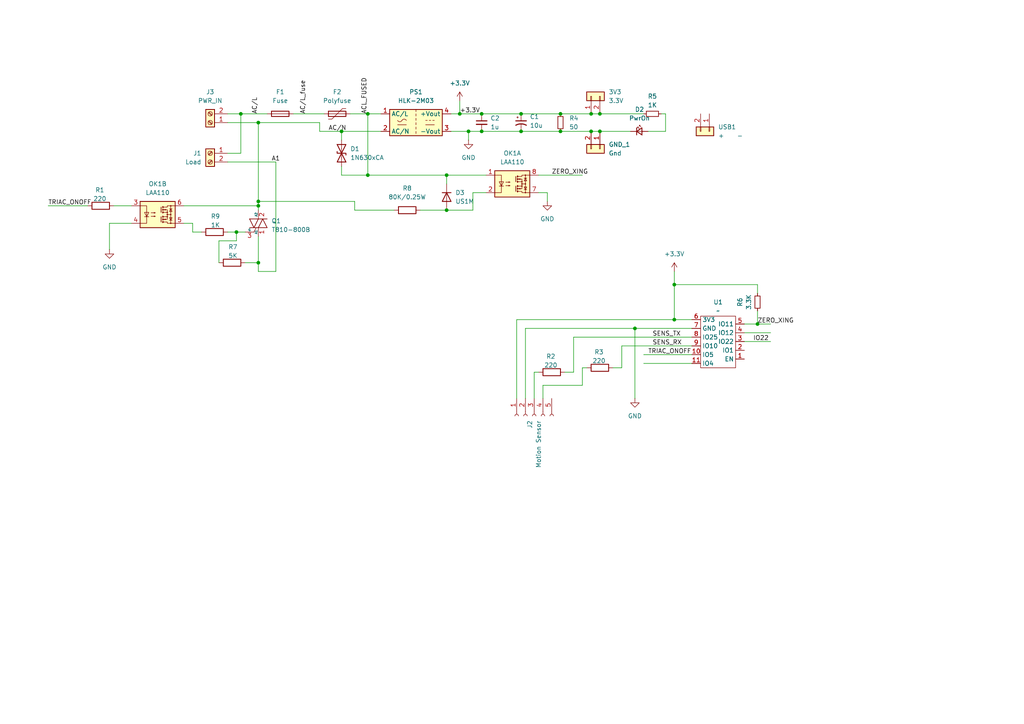
<source format=kicad_sch>
(kicad_sch (version 20231120) (generator "eeschema") (generator_version "8.0")
  (paper "A4")
  (lib_symbols
    (symbol "Connector:Conn_01x05_Socket" (pin_names (offset 1.016) hide)
      (property "Reference" "J" (at 0 7.62 0))
      (property "Value" "Conn_01x05_Socket" (at 0 -7.62 0))
      (symbol "Conn_01x05_Socket_1_1"
        (arc (start 0 -4.572) (mid -0.5058 -5.08) (end 0 -5.588) (stroke (width 0.1524)))
        (arc (start 0 -2.032) (mid -0.5058 -2.54) (end 0 -3.048) (stroke (width 0.1524)))
        (polyline (pts (xy -1.27 -5.08) (xy -0.508 -5.08)) (stroke (width 0.1524)))
        (polyline (pts (xy -1.27 -2.54) (xy -0.508 -2.54)) (stroke (width 0.1524)))
        (polyline (pts (xy -1.27 0) (xy -0.508 0)) (stroke (width 0.1524)))
        (polyline (pts (xy -1.27 2.54) (xy -0.508 2.54)) (stroke (width 0.1524)))
        (polyline (pts (xy -1.27 5.08) (xy -0.508 5.08)) (stroke (width 0.1524)))
        (arc (start 0 0.508) (mid -0.5058 0) (end 0 -0.508) (stroke (width 0.1524)))
        (arc (start 0 3.048) (mid -0.5058 2.54) (end 0 2.032) (stroke (width 0.1524)))
        (arc (start 0 5.588) (mid -0.5058 5.08) (end 0 4.572) (stroke (width 0.1524)))
        (pin passive line (at -5.08 5.08 0) (length 3.81) (name "Pin_1") (number "1"))
        (pin passive line (at -5.08 2.54 0) (length 3.81) (name "Pin_2") (number "2"))
        (pin passive line (at -5.08 0 0) (length 3.81) (name "Pin_3") (number "3"))
        (pin passive line (at -5.08 -2.54 0) (length 3.81) (name "Pin_4") (number "4"))
        (pin passive line (at -5.08 -5.08 0) (length 3.81) (name "Pin_5") (number "5"))
      )
    )
    (symbol "Connector:Screw_Terminal_01x02" (pin_names (offset 1.016) hide)
      (property "Reference" "J" (at 0 2.54 0))
      (property "Value" "Screw_Terminal_01x02" (at 0 -5.08 0))
      (symbol "Screw_Terminal_01x02_1_1"
        (rectangle (start -1.27 1.27) (end 1.27 -3.81) (stroke (width 0.254)) (fill (type background)))
        (circle (center 0 -2.54) (radius 0.635) (stroke (width 0.1524)))
        (polyline (pts (xy -0.5334 -2.2098) (xy 0.3302 -3.048)) (stroke (width 0.1524)))
        (polyline (pts (xy -0.5334 0.3302) (xy 0.3302 -0.508)) (stroke (width 0.1524)))
        (polyline (pts (xy -0.3556 -2.032) (xy 0.508 -2.8702)) (stroke (width 0.1524)))
        (polyline (pts (xy -0.3556 0.508) (xy 0.508 -0.3302)) (stroke (width 0.1524)))
        (circle (center 0 0) (radius 0.635) (stroke (width 0.1524)))
        (pin passive line (at -5.08 0 0) (length 3.81) (name "Pin_1") (number "1"))
        (pin passive line (at -5.08 -2.54 0) (length 3.81) (name "Pin_2") (number "2"))
      )
    )
    (symbol "Connector_Generic:Conn_01x02" (pin_names (offset 1.016) hide)
      (property "Reference" "J" (at 0 2.54 0))
      (property "Value" "Conn_01x02" (at 0 -5.08 0))
      (symbol "Conn_01x02_1_1"
        (rectangle (start -1.27 -2.413) (end 0 -2.667) (stroke (width 0.1524)))
        (rectangle (start -1.27 0.127) (end 0 -0.127) (stroke (width 0.1524)))
        (rectangle (start -1.27 1.27) (end 1.27 -3.81) (stroke (width 0.254)) (fill (type background)))
        (pin passive line (at -5.08 0 0) (length 3.81) (name "Pin_1") (number "1"))
        (pin passive line (at -5.08 -2.54 0) (length 3.81) (name "Pin_2") (number "2"))
      )
    )
    (symbol "Converter_ACDC:HLK-2M03"
      (property "Reference" "PS" (at 0 5.08 0))
      (property "Value" "HLK-2M03" (at 0 -5.08 0))
      (symbol "HLK-2M03_0_1"
        (rectangle (start -7.62 3.81) (end 7.62 -3.81) (stroke (width 0.254)) (fill (type background)))
        (arc (start -5.334 0.635) (mid -4.699 0.2495) (end -4.064 0.635))
        (arc (start -2.794 0.635) (mid -3.429 1.0072) (end -4.064 0.635))
        (polyline (pts (xy -5.334 -0.635) (xy -2.794 -0.635)))
        (polyline (pts (xy 0 -2.54) (xy 0 -3.175)))
        (polyline (pts (xy 0 -1.27) (xy 0 -1.905)))
        (polyline (pts (xy 0 0) (xy 0 -0.635)))
        (polyline (pts (xy 0 1.27) (xy 0 0.635)))
        (polyline (pts (xy 0 2.54) (xy 0 1.905)))
        (polyline (pts (xy 0 3.81) (xy 0 3.175)))
        (polyline (pts (xy 2.794 -0.635) (xy 5.334 -0.635)))
        (polyline (pts (xy 2.794 0.635) (xy 3.302 0.635)))
        (polyline (pts (xy 3.81 0.635) (xy 4.318 0.635)))
        (polyline (pts (xy 4.826 0.635) (xy 5.334 0.635)))
      )
      (symbol "HLK-2M03_1_1"
        (pin power_in line (at -10.16 2.54 0) (length 2.54) (name "AC/L") (number "1"))
        (pin power_in line (at -10.16 -2.54 0) (length 2.54) (name "AC/N") (number "2"))
        (pin power_out line (at 10.16 -2.54 180) (length 2.54) (name "-Vout") (number "3"))
        (pin power_out line (at 10.16 2.54 180) (length 2.54) (name "+Vout") (number "4"))
      )
    )
    (symbol "Device:C_Polarized_Small_US" (pin_numbers hide) (pin_names (offset 0.254) hide)
      (property "Reference" "C" (at 0.254 1.778 0))
      (property "Value" "C_Polarized_Small_US" (at 0.254 -2.032 0))
      (symbol "C_Polarized_Small_US_0_1"
        (polyline (pts (xy -1.524 0.508) (xy 1.524 0.508)) (stroke (width 0.3048)))
        (polyline (pts (xy -1.27 1.524) (xy -0.762 1.524)))
        (polyline (pts (xy -1.016 1.27) (xy -1.016 1.778)))
        (arc (start 1.524 -0.762) (mid 0 -0.3734) (end -1.524 -0.762) (stroke (width 0.3048)))
      )
      (symbol "C_Polarized_Small_US_1_1"
        (pin passive line (at 0 2.54 270) (length 2.032) (name "~") (number "1"))
        (pin passive line (at 0 -2.54 90) (length 2.032) (name "~") (number "2"))
      )
    )
    (symbol "Device:C_Small" (pin_numbers hide) (pin_names (offset 0.254) hide)
      (property "Reference" "C" (at 0.254 1.778 0))
      (property "Value" "C_Small" (at 0.254 -2.032 0))
      (symbol "C_Small_0_1"
        (polyline (pts (xy -1.524 -0.508) (xy 1.524 -0.508)) (stroke (width 0.3302)))
        (polyline (pts (xy -1.524 0.508) (xy 1.524 0.508)) (stroke (width 0.3048)))
      )
      (symbol "C_Small_1_1"
        (pin passive line (at 0 2.54 270) (length 2.032) (name "~") (number "1"))
        (pin passive line (at 0 -2.54 90) (length 2.032) (name "~") (number "2"))
      )
    )
    (symbol "Device:Fuse" (pin_numbers hide) (pin_names (offset 0))
      (property "Reference" "F" (at 2.032 0 90))
      (property "Value" "Fuse" (at -1.905 0 90))
      (symbol "Fuse_0_1"
        (rectangle (start -0.762 -2.54) (end 0.762 2.54) (stroke (width 0.254)))
        (polyline (pts (xy 0 2.54) (xy 0 -2.54)))
      )
      (symbol "Fuse_1_1"
        (pin passive line (at 0 3.81 270) (length 1.27) (name "~") (number "1"))
        (pin passive line (at 0 -3.81 90) (length 1.27) (name "~") (number "2"))
      )
    )
    (symbol "Device:LED_Small" (pin_numbers hide) (pin_names (offset 0.254) hide)
      (property "Reference" "D" (at -1.27 3.175 0))
      (property "Value" "LED_Small" (at -4.445 -2.54 0))
      (symbol "LED_Small_0_1"
        (polyline (pts (xy -0.762 -1.016) (xy -0.762 1.016)) (stroke (width 0.254)))
        (polyline (pts (xy 1.016 0) (xy -0.762 0)))
        (polyline (pts (xy 0.762 -1.016) (xy -0.762 0) (xy 0.762 1.016) (xy 0.762 -1.016)) (stroke (width 0.254)))
        (polyline (pts (xy 0 0.762) (xy -0.508 1.27) (xy -0.254 1.27) (xy -0.508 1.27) (xy -0.508 1.016)))
        (polyline (pts (xy 0.508 1.27) (xy 0 1.778) (xy 0.254 1.778) (xy 0 1.778) (xy 0 1.524)))
      )
      (symbol "LED_Small_1_1"
        (pin passive line (at -2.54 0 0) (length 1.778) (name "K") (number "1"))
        (pin passive line (at 2.54 0 180) (length 1.778) (name "A") (number "2"))
      )
    )
    (symbol "Device:Polyfuse" (pin_numbers hide) (pin_names (offset 0))
      (property "Reference" "F" (at -2.54 0 90))
      (property "Value" "Polyfuse" (at 2.54 0 90))
      (symbol "Polyfuse_0_1"
        (rectangle (start -0.762 2.54) (end 0.762 -2.54) (stroke (width 0.254)))
        (polyline (pts (xy 0 2.54) (xy 0 -2.54)))
        (polyline (pts (xy -1.524 2.54) (xy -1.524 1.524) (xy 1.524 -1.524) (xy 1.524 -2.54)))
      )
      (symbol "Polyfuse_1_1"
        (pin passive line (at 0 3.81 270) (length 1.27) (name "~") (number "1"))
        (pin passive line (at 0 -3.81 90) (length 1.27) (name "~") (number "2"))
      )
    )
    (symbol "Device:R" (pin_numbers hide) (pin_names (offset 0))
      (property "Reference" "R" (at 2.032 0 90))
      (property "Value" "R" (at 0 0 90))
      (symbol "R_0_1"
        (rectangle (start -1.016 -2.54) (end 1.016 2.54) (stroke (width 0.254)))
      )
      (symbol "R_1_1"
        (pin passive line (at 0 3.81 270) (length 1.27) (name "~") (number "1"))
        (pin passive line (at 0 -3.81 90) (length 1.27) (name "~") (number "2"))
      )
    )
    (symbol "Device:R_Small" (pin_numbers hide) (pin_names (offset 0.254) hide)
      (property "Reference" "R" (at 0.762 0.508 0))
      (property "Value" "R_Small" (at 0.762 -1.016 0))
      (symbol "R_Small_0_1"
        (rectangle (start -0.762 1.778) (end 0.762 -1.778) (stroke (width 0.2032)))
      )
      (symbol "R_Small_1_1"
        (pin passive line (at 0 2.54 270) (length 0.762) (name "~") (number "1"))
        (pin passive line (at 0 -2.54 90) (length 0.762) (name "~") (number "2"))
      )
    )
    (symbol "Diode:1N630xCA" (pin_numbers hide) (pin_names (offset 1.016) hide)
      (property "Reference" "D" (at 0 2.54 0))
      (property "Value" "1N630xCA" (at 0 -2.54 0))
      (symbol "1N630xCA_0_1"
        (polyline (pts (xy 1.27 0) (xy -1.27 0)))
        (polyline (pts (xy -2.54 -1.27) (xy 0 0) (xy -2.54 1.27) (xy -2.54 -1.27)) (stroke (width 0.254)))
        (polyline (pts (xy 0.508 1.27) (xy 0 1.27) (xy 0 -1.27) (xy -0.508 -1.27)) (stroke (width 0.254)))
        (polyline (pts (xy 2.54 1.27) (xy 2.54 -1.27) (xy 0 0) (xy 2.54 1.27)) (stroke (width 0.254)))
      )
      (symbol "1N630xCA_1_1"
        (pin passive line (at -3.81 0 0) (length 2.54) (name "A1") (number "1"))
        (pin passive line (at 3.81 0 180) (length 2.54) (name "A2") (number "2"))
      )
    )
    (symbol "Diode:US1M" (pin_numbers hide) (pin_names hide)
      (property "Reference" "D" (at 0 2.54 0))
      (property "Value" "US1M" (at 0 -2.54 0))
      (symbol "US1M_0_1"
        (polyline (pts (xy -1.27 1.27) (xy -1.27 -1.27)) (stroke (width 0.254)))
        (polyline (pts (xy 1.27 0) (xy -1.27 0)))
        (polyline (pts (xy 1.27 1.27) (xy 1.27 -1.27) (xy -1.27 0) (xy 1.27 1.27)) (stroke (width 0.254)))
      )
      (symbol "US1M_1_1"
        (pin passive line (at -3.81 0 0) (length 2.54) (name "K") (number "1"))
        (pin passive line (at 3.81 0 180) (length 2.54) (name "A") (number "2"))
      )
    )
    (symbol "Relay_SolidState:LAA110"
      (property "Reference" "U" (at -5.08 5.08 0))
      (property "Value" "LAA110" (at 0 5.08 0))
      (symbol "LAA110_0_1"
        (rectangle (start -5.08 3.81) (end 5.08 -3.81) (stroke (width 0.254)) (fill (type background)))
        (polyline (pts (xy -3.81 -0.635) (xy -2.54 -0.635)))
        (polyline (pts (xy 1.016 -0.635) (xy 1.016 -2.159)) (stroke (width 0.2032)))
        (polyline (pts (xy 1.016 2.159) (xy 1.016 0.635)) (stroke (width 0.2032)))
        (polyline (pts (xy 1.524 -0.508) (xy 1.524 -0.762)) (stroke (width 0.3556)))
        (polyline (pts (xy 2.794 0) (xy 3.81 0)))
        (polyline (pts (xy 3.429 -1.651) (xy 4.191 -1.651)))
        (polyline (pts (xy 3.429 1.651) (xy 4.191 1.651)))
        (polyline (pts (xy 3.81 -2.54) (xy 3.81 2.54)))
        (polyline (pts (xy 1.524 -2.032) (xy 1.524 -2.286) (xy 1.524 -2.286)) (stroke (width 0.3556)))
        (polyline (pts (xy 1.524 -1.27) (xy 1.524 -1.524) (xy 1.524 -1.524)) (stroke (width 0.3556)))
        (polyline (pts (xy 1.524 0.762) (xy 1.524 0.508) (xy 1.524 0.508)) (stroke (width 0.3556)))
        (polyline (pts (xy 1.524 1.524) (xy 1.524 1.27) (xy 1.524 1.27)) (stroke (width 0.3556)))
        (polyline (pts (xy 1.524 2.286) (xy 1.524 2.032) (xy 1.524 2.032)) (stroke (width 0.3556)))
        (polyline (pts (xy 1.651 -1.397) (xy 2.794 -1.397) (xy 2.794 -0.635)))
        (polyline (pts (xy 1.651 1.397) (xy 2.794 1.397) (xy 2.794 0.635)))
        (polyline (pts (xy -5.08 2.54) (xy -3.175 2.54) (xy -3.175 -2.54) (xy -5.08 -2.54)))
        (polyline (pts (xy -3.175 -0.635) (xy -3.81 0.635) (xy -2.54 0.635) (xy -3.175 -0.635)))
        (polyline (pts (xy 1.651 -2.159) (xy 2.794 -2.159) (xy 2.794 -2.54) (xy 5.08 -2.54)))
        (polyline (pts (xy 1.651 -0.635) (xy 2.794 -0.635) (xy 2.794 0.635) (xy 1.651 0.635)))
        (polyline (pts (xy 1.651 2.159) (xy 2.794 2.159) (xy 2.794 2.54) (xy 5.08 2.54)))
        (polyline (pts (xy 1.778 -1.397) (xy 2.286 -1.27) (xy 2.286 -1.524) (xy 1.778 -1.397)))
        (polyline (pts (xy 1.778 1.397) (xy 2.286 1.524) (xy 2.286 1.27) (xy 1.778 1.397)))
        (polyline (pts (xy 3.81 -1.651) (xy 3.429 -0.889) (xy 4.191 -0.889) (xy 3.81 -1.651)))
        (polyline (pts (xy 3.81 1.651) (xy 3.429 0.889) (xy 4.191 0.889) (xy 3.81 1.651)))
        (polyline (pts (xy -1.905 -0.508) (xy -0.635 -0.508) (xy -1.016 -0.635) (xy -1.016 -0.381) (xy -0.635 -0.508)))
        (polyline (pts (xy -1.905 0.508) (xy -0.635 0.508) (xy -1.016 0.381) (xy -1.016 0.635) (xy -0.635 0.508)))
        (circle (center 2.794 -0.635) (radius 0.127))
        (circle (center 2.794 0) (radius 0.127))
        (circle (center 2.794 0.635) (radius 0.127))
        (circle (center 3.81 -2.54) (radius 0.127))
        (circle (center 3.81 0) (radius 0.127))
        (circle (center 3.81 2.54) (radius 0.127))
      )
      (symbol "LAA110_1_1"
        (pin passive line (at -7.62 2.54 0) (length 2.54) (name "~") (number "1"))
        (pin passive line (at -7.62 -2.54 0) (length 2.54) (name "~") (number "2"))
        (pin passive line (at 7.62 -2.54 180) (length 2.54) (name "~") (number "7"))
        (pin passive line (at 7.62 2.54 180) (length 2.54) (name "~") (number "8"))
      )
      (symbol "LAA110_2_1"
        (pin passive line (at -7.62 2.54 0) (length 2.54) (name "~") (number "3"))
        (pin passive line (at -7.62 -2.54 0) (length 2.54) (name "~") (number "4"))
        (pin passive line (at 7.62 -2.54 180) (length 2.54) (name "~") (number "5"))
        (pin passive line (at 7.62 2.54 180) (length 2.54) (name "~") (number "6"))
      )
    )
    (symbol "Triac_Thyristor:BTA16-600SW" (pin_names (offset 0))
      (property "Reference" "Q" (at 5.08 1.905 0))
      (property "Value" "BTA16-600SW" (at 5.08 0 0))
      (symbol "BTA16-600SW_0_1"
        (polyline (pts (xy -2.54 -1.27) (xy 2.54 -1.27)) (stroke (width 0.2032)))
        (polyline (pts (xy -2.54 1.27) (xy 2.54 1.27)) (stroke (width 0.2032)))
        (polyline (pts (xy -1.27 -2.54) (xy -0.635 -1.27)))
        (polyline (pts (xy -2.54 1.27) (xy -1.27 -1.27) (xy 0 1.27)) (stroke (width 0.2032)))
        (polyline (pts (xy 0 -1.27) (xy 1.27 1.27) (xy 2.54 -1.27)) (stroke (width 0.2032)))
      )
      (symbol "BTA16-600SW_1_1"
        (pin passive line (at 0 -3.81 90) (length 2.54) (name "A1") (number "1"))
        (pin passive line (at 0 3.81 270) (length 2.54) (name "A2") (number "2"))
        (pin input line (at -3.81 -2.54 0) (length 2.54) (name "G") (number "3"))
      )
    )
    (symbol "my_rfmodule:ESP32-H2-WROOM-03"
      (property "Reference" "U" (at -1.016 7.112 0))
      (symbol "ESP32-H2-WROOM-03_0_1"
        (polyline (pts (xy -5.08 6.35) (xy -5.08 -8.636) (xy 5.08 -8.636) (xy 5.08 6.35) (xy -5.08 6.35)))
      )
      (symbol "ESP32-H2-WROOM-03_1_1"
        (pin input line (at -7.62 3.81 0) (length 2.54) (name "EN") (number "1"))
        (pin bidirectional line (at 7.62 2.54 180) (length 2.54) (name "IO5") (number "10"))
        (pin bidirectional line (at 7.62 5.08 180) (length 2.54) (name "IO4") (number "11"))
        (pin bidirectional line (at -7.62 1.27 0) (length 2.54) (name "IO1") (number "2"))
        (pin bidirectional line (at -7.62 -1.27 0) (length 2.54) (name "IO22") (number "3"))
        (pin bidirectional line (at -7.62 -3.81 0) (length 2.54) (name "IO12") (number "4"))
        (pin bidirectional line (at -7.62 -6.35 0) (length 2.54) (name "IO11") (number "5"))
        (pin power_in line (at 7.62 -7.62 180) (length 2.54) (name "3V3") (number "6"))
        (pin power_in line (at 7.62 -5.08 180) (length 2.54) (name "GND") (number "7"))
        (pin bidirectional line (at 7.62 -2.54 180) (length 2.54) (name "IO25") (number "8"))
        (pin bidirectional line (at 7.62 0 180) (length 2.54) (name "IO10") (number "9"))
      )
    )
    (symbol "power:+3.3V" (power) (pin_numbers hide) (pin_names (offset 0) hide)
      (property "Value" "+3.3V" (at 0 3.556 0))
      (symbol "+3.3V_0_1"
        (polyline (pts (xy -0.762 1.27) (xy 0 2.54)))
        (polyline (pts (xy 0 0) (xy 0 2.54)))
        (polyline (pts (xy 0 2.54) (xy 0.762 1.27)))
      )
      (symbol "+3.3V_1_1"
        (pin power_in line (at 0 0 90) (length 0) (name "~") (number "1"))
      )
    )
    (symbol "power:GND" (power) (pin_numbers hide) (pin_names (offset 0) hide)
      (property "Value" "GND" (at 0 -3.81 0))
      (symbol "GND_0_1"
        (polyline (pts (xy 0 0) (xy 0 -1.27) (xy 1.27 -1.27) (xy 0 -2.54) (xy -1.27 -1.27) (xy 0 -1.27)))
      )
      (symbol "GND_1_1"
        (pin power_in line (at 0 0 270) (length 0) (name "~") (number "1"))
      )
    )
  )
  (junction (at 106.68 50.8))
  (junction (at 135.89 38.1))
  (junction (at 162.56 33.02))
  (junction (at 74.93 59.69))
  (junction (at 162.56 38.1))
  (junction (at 173.99 38.1))
  (junction (at 151.13 38.1))
  (junction (at 133.35 33.02))
  (junction (at 106.68 33.02))
  (junction (at 151.13 33.02))
  (junction (at 74.93 35.56))
  (junction (at 74.93 58.42))
  (junction (at 195.58 92.71))
  (junction (at 171.45 38.1))
  (junction (at 184.15 95.25))
  (junction (at 74.93 76.2))
  (junction (at 68.58 67.31))
  (junction (at 129.54 50.8))
  (junction (at 173.99 33.02))
  (junction (at 219.71 93.98))
  (junction (at 171.45 33.02))
  (junction (at 99.06 38.1))
  (junction (at 129.54 60.96))
  (junction (at 139.7 38.1))
  (junction (at 69.85 33.02))
  (junction (at 195.58 82.55))
  (junction (at 139.7 33.02))
  (wire (pts (xy 53.34 64.77) (xy 55.88 64.77)))
  (wire (pts (xy 151.13 38.1) (xy 162.56 38.1)))
  (wire (pts (xy 166.37 107.95) (xy 166.37 97.79)))
  (wire (pts (xy 152.4 115.57) (xy 152.4 95.25)))
  (wire (pts (xy 99.06 50.8) (xy 106.68 50.8)))
  (wire (pts (xy 180.34 106.68) (xy 180.34 100.33)))
  (wire (pts (xy 66.04 67.31) (xy 68.58 67.31)))
  (wire (pts (xy 74.93 76.2) (xy 74.93 78.74)))
  (wire (pts (xy 71.12 76.2) (xy 74.93 76.2)))
  (wire (pts (xy 139.7 33.02) (xy 151.13 33.02)))
  (wire (pts (xy 129.54 50.8) (xy 129.54 53.34)))
  (wire (pts (xy 135.89 38.1) (xy 135.89 40.64)))
  (wire (pts (xy 74.93 58.42) (xy 74.93 59.69)))
  (wire (pts (xy 74.93 35.56) (xy 74.93 58.42)))
  (wire (pts (xy 74.93 35.56) (xy 92.71 35.56)))
  (wire (pts (xy 186.69 105.41) (xy 200.66 105.41)))
  (wire (pts (xy 74.93 59.69) (xy 74.93 60.96)))
  (wire (pts (xy 184.15 115.57) (xy 184.15 95.25)))
  (wire (pts (xy 168.91 106.68) (xy 170.18 106.68)))
  (wire (pts (xy 171.45 38.1) (xy 173.99 38.1)))
  (wire (pts (xy 102.87 60.96) (xy 102.87 58.42)))
  (wire (pts (xy 195.58 82.55) (xy 195.58 78.74)))
  (wire (pts (xy 121.92 60.96) (xy 129.54 60.96)))
  (wire (pts (xy 152.4 95.25) (xy 184.15 95.25)))
  (wire (pts (xy 33.02 59.69) (xy 38.1 59.69)))
  (wire (pts (xy 215.9 99.06) (xy 223.52 99.06)))
  (wire (pts (xy 200.66 92.71) (xy 195.58 92.71)))
  (wire (pts (xy 195.58 92.71) (xy 195.58 82.55)))
  (wire (pts (xy 151.13 33.02) (xy 162.56 33.02)))
  (wire (pts (xy 156.21 55.88) (xy 158.75 55.88)))
  (wire (pts (xy 137.16 60.96) (xy 129.54 60.96)))
  (wire (pts (xy 106.68 50.8) (xy 129.54 50.8)))
  (wire (pts (xy 130.81 38.1) (xy 135.89 38.1)))
  (wire (pts (xy 140.97 55.88) (xy 137.16 55.88)))
  (wire (pts (xy 68.58 67.31) (xy 71.12 67.31)))
  (wire (pts (xy 157.48 115.57) (xy 157.48 111.76)))
  (wire (pts (xy 130.81 33.02) (xy 133.35 33.02)))
  (wire (pts (xy 92.71 38.1) (xy 92.71 35.56)))
  (wire (pts (xy 74.93 78.74) (xy 80.01 78.74)))
  (wire (pts (xy 74.93 68.58) (xy 74.93 76.2)))
  (wire (pts (xy 157.48 111.76) (xy 168.91 111.76)))
  (wire (pts (xy 184.15 95.25) (xy 200.66 95.25)))
  (wire (pts (xy 154.94 107.95) (xy 156.21 107.95)))
  (wire (pts (xy 106.68 33.02) (xy 101.6 33.02)))
  (wire (pts (xy 31.75 64.77) (xy 31.75 72.39)))
  (wire (pts (xy 173.99 38.1) (xy 182.88 38.1)))
  (wire (pts (xy 193.04 38.1) (xy 187.96 38.1)))
  (wire (pts (xy 133.35 33.02) (xy 139.7 33.02)))
  (wire (pts (xy 149.86 115.57) (xy 149.86 92.71)))
  (wire (pts (xy 99.06 38.1) (xy 99.06 40.64)))
  (wire (pts (xy 68.58 67.31) (xy 68.58 69.85)))
  (wire (pts (xy 162.56 38.1) (xy 171.45 38.1)))
  (wire (pts (xy 219.71 93.98) (xy 223.52 93.98)))
  (wire (pts (xy 63.5 69.85) (xy 63.5 76.2)))
  (wire (pts (xy 156.21 50.8) (xy 168.91 50.8)))
  (wire (pts (xy 195.58 82.55) (xy 219.71 82.55)))
  (wire (pts (xy 139.7 38.1) (xy 151.13 38.1)))
  (wire (pts (xy 85.09 33.02) (xy 93.98 33.02)))
  (wire (pts (xy 215.9 93.98) (xy 219.71 93.98)))
  (wire (pts (xy 99.06 38.1) (xy 110.49 38.1)))
  (wire (pts (xy 163.83 107.95) (xy 166.37 107.95)))
  (wire (pts (xy 66.04 46.99) (xy 80.01 46.99)))
  (wire (pts (xy 55.88 67.31) (xy 58.42 67.31)))
  (wire (pts (xy 53.34 59.69) (xy 74.93 59.69)))
  (wire (pts (xy 68.58 69.85) (xy 63.5 69.85)))
  (wire (pts (xy 106.68 33.02) (xy 110.49 33.02)))
  (wire (pts (xy 66.04 35.56) (xy 74.93 35.56)))
  (wire (pts (xy 99.06 48.26) (xy 99.06 50.8)))
  (wire (pts (xy 133.35 33.02) (xy 133.35 29.21)))
  (wire (pts (xy 106.68 33.02) (xy 106.68 50.8)))
  (wire (pts (xy 69.85 33.02) (xy 77.47 33.02)))
  (wire (pts (xy 55.88 64.77) (xy 55.88 67.31)))
  (wire (pts (xy 219.71 90.17) (xy 219.71 93.98)))
  (wire (pts (xy 173.99 33.02) (xy 186.69 33.02)))
  (wire (pts (xy 92.71 38.1) (xy 99.06 38.1)))
  (wire (pts (xy 166.37 97.79) (xy 200.66 97.79)))
  (wire (pts (xy 129.54 50.8) (xy 140.97 50.8)))
  (wire (pts (xy 149.86 92.71) (xy 195.58 92.71)))
  (wire (pts (xy 66.04 44.45) (xy 69.85 44.45)))
  (wire (pts (xy 154.94 115.57) (xy 154.94 107.95)))
  (wire (pts (xy 158.75 55.88) (xy 158.75 58.42)))
  (wire (pts (xy 66.04 33.02) (xy 69.85 33.02)))
  (wire (pts (xy 215.9 96.52) (xy 223.52 96.52)))
  (wire (pts (xy 102.87 58.42) (xy 74.93 58.42)))
  (wire (pts (xy 177.8 106.68) (xy 180.34 106.68)))
  (wire (pts (xy 13.97 59.69) (xy 25.4 59.69)))
  (wire (pts (xy 193.04 33.02) (xy 193.04 38.1)))
  (wire (pts (xy 171.45 33.02) (xy 173.99 33.02)))
  (wire (pts (xy 162.56 33.02) (xy 171.45 33.02)))
  (wire (pts (xy 137.16 55.88) (xy 137.16 60.96)))
  (wire (pts (xy 191.77 33.02) (xy 193.04 33.02)))
  (wire (pts (xy 168.91 111.76) (xy 168.91 106.68)))
  (wire (pts (xy 38.1 64.77) (xy 31.75 64.77)))
  (wire (pts (xy 186.69 102.87) (xy 200.66 102.87)))
  (wire (pts (xy 180.34 100.33) (xy 200.66 100.33)))
  (wire (pts (xy 80.01 46.99) (xy 80.01 78.74)))
  (wire (pts (xy 69.85 44.45) (xy 69.85 33.02)))
  (wire (pts (xy 135.89 38.1) (xy 139.7 38.1)))
  (wire (pts (xy 219.71 85.09) (xy 219.71 82.55)))
  (wire (pts (xy 102.87 60.96) (xy 114.3 60.96)))
  (label "AC{slash}L_fuse" (at 88.9 33.02 90))
  (label "SENS_RX" (at 189.23 100.33 0))
  (label "IO22" (at 218.44 99.06 0))
  (label "AC{slash}N" (at 95.25 38.1 0))
  (label "A1" (at 78.74 46.99 0))
  (label "SENS_TX" (at 189.23 97.79 0))
  (label "ACL_FUSED" (at 106.68 33.02 90))
  (label "TRIAC_ONOFF" (at 187.96 102.87 0))
  (label "ZERO_XING" (at 160.02 50.8 0))
  (label "ZERO_XING" (at 219.71 93.98 0))
  (label "+3.3V" (at 133.35 33.02 0))
  (label "TRIAC_ONOFF" (at 13.97 59.69 0))
  (label "AC{slash}L" (at 74.93 33.02 90))
  (symbol (lib_id "Device:R") (at 160.02 107.95 90) (unit 1)
    (property "Reference" "R2" (at 159.766 103.378 90))
    (property "Value" "220" (at 159.766 105.918 90))
    (property "Footprint" "Resistor_SMD:R_0603_1608Metric_Pad0.98x0.95mm_HandSolder" (effects (hide yes)))
    (property "Description" "Resistor" (effects (hide yes)))
  )
  (symbol (lib_id "power:+3.3V") (at 195.58 78.74 0) (unit 1)
    (property "Reference" "#PWR04" (effects (hide yes)))
    (property "Value" "+3.3V" (at 195.58 73.66 0))
    (property "Description" "Power symbol creates a global label with name \"+3.3V\"" (effects (hide yes)))
  )
  (symbol (lib_id "Device:R_Small") (at 219.71 87.63 180) (unit 1)
    (property "Reference" "R6" (at 214.63 87.63 90))
    (property "Value" "3.3K" (at 217.17 87.63 90))
    (property "Footprint" "Resistor_SMD:R_0603_1608Metric_Pad0.98x0.95mm_HandSolder" (effects (hide yes)))
    (property "Description" "Resistor, small symbol" (effects (hide yes)))
  )
  (symbol (lib_id "Diode:US1M") (at 129.54 57.15 270) (unit 1)
    (property "Reference" "D3" (at 132.08 55.8799 90) (effects (justify left)))
    (property "Value" "US1M" (at 132.08 58.4199 90) (effects (justify left)))
    (property "Footprint" "Diode_SMD:Nexperia_CFP3_SOD-123W" (effects (hide yes)))
    (property "Datasheet" "https://www.diodes.com/assets/Datasheets/ds16008.pdf" (effects (hide yes)))
    (property "Description" "1000V, 1A, General Purpose Rectifier Diode, SMA(DO-214AC)" (effects (hide yes)))
    (property "Sim.Device" "D" (effects (hide yes)))
    (property "Sim.Pins" "1=K 2=A" (effects (hide yes)))
  )
  (symbol (lib_id "my_rfmodule:ESP32-H2-WROOM-03") (at 208.28 100.33 180) (unit 1)
    (property "Reference" "U1" (at 208.28 87.63 0))
    (property "Value" "~" (at 208.28 90.17 0))
    (property "Footprint" "my_rfmodule:ESP32-H2-WROOM-03" (effects (hide yes)))
  )
  (symbol (lib_id "Device:R") (at 173.99 106.68 90) (unit 1)
    (property "Reference" "R3" (at 173.736 102.108 90))
    (property "Value" "220" (at 173.736 104.648 90))
    (property "Footprint" "Resistor_SMD:R_0603_1608Metric_Pad0.98x0.95mm_HandSolder" (effects (hide yes)))
    (property "Description" "Resistor" (effects (hide yes)))
  )
  (symbol (lib_id "power:GND") (at 184.15 115.57 0) (unit 1)
    (property "Reference" "#PWR05" (effects (hide yes)))
    (property "Value" "GND" (at 184.15 120.65 0))
    (property "Description" "Power symbol creates a global label with name \"GND\" , ground" (effects (hide yes)))
  )
  (symbol (lib_id "Device:C_Small") (at 139.7 35.56 0) (unit 1)
    (property "Reference" "C2" (at 142.24 34.2962 0) (effects (justify left)))
    (property "Value" "1u" (at 142.24 36.8362 0) (effects (justify left)))
    (property "Footprint" "Capacitor_SMD:C_0805_2012Metric_Pad1.18x1.45mm_HandSolder" (effects (hide yes)))
    (property "Description" "Unpolarized capacitor, small symbol" (effects (hide yes)))
  )
  (symbol (lib_id "power:GND") (at 135.89 40.64 0) (unit 1)
    (property "Reference" "#PWR02" (effects (hide yes)))
    (property "Value" "GND" (at 135.89 45.72 0))
    (property "Description" "Power symbol creates a global label with name \"GND\" , ground" (effects (hide yes)))
  )
  (symbol (lib_id "Device:R") (at 29.21 59.69 90) (unit 1)
    (property "Reference" "R1" (at 28.956 55.118 90))
    (property "Value" "220" (at 28.956 57.658 90))
    (property "Footprint" "Resistor_SMD:R_0603_1608Metric_Pad0.98x0.95mm_HandSolder" (effects (hide yes)))
    (property "Description" "Resistor" (effects (hide yes)))
  )
  (symbol (lib_id "Relay_SolidState:LAA110") (at 148.59 53.34 0) (unit 1)
    (property "Reference" "OK1" (at 148.59 44.45 0))
    (property "Value" "LAA110" (at 148.59 46.99 0))
    (property "Footprint" "Package_DIP:DIP-8_W7.62mm" (effects (hide yes)))
    (property "Datasheet" "http://www.clare.com/home/pdfs.nsf/www/LAA110.pdf/$file/LAA110.pdf" (effects (hide yes)))
    (property "Description" "Dual Single-Pole, Normally Open OptoMOS® Relay, DIP-8" (effects (hide yes)))
  )
  (symbol (lib_id "Connector:Screw_Terminal_01x02") (at 60.96 35.56 180) (unit 1)
    (property "Reference" "J3" (at 60.96 26.67 0))
    (property "Value" "PWR_IN" (at 60.96 29.21 0))
    (property "Footprint" "Fuse:Fuse_1210_3225Metric" (effects (hide yes)))
    (property "Description" "Generic screw terminal, single row, 01x02, script generated (kicad-library-utils/schlib/autogen/connector/)" (effects (hide yes)))
  )
  (symbol (lib_id "Triac_Thyristor:BTA16-600SW") (at 74.93 64.77 0) (unit 1)
    (property "Reference" "Q1" (at 78.74 64.0841 0) (effects (justify left)))
    (property "Value" "T810-800B" (at 78.74 66.6241 0) (effects (justify left)))
    (property "Footprint" "Package_TO_SOT_SMD:TO-252-2" (effects (hide yes)))
    (property "Datasheet" "https://www.st.com/resource/en/datasheet/bta16.pdf" (effects (hide yes)))
    (property "Description" "16A RMS, 600V Off-State Voltage, 10mA Sensitivity, Snubberless, Insulated, Triac, TO-220" (effects (hide yes)))
  )
  (symbol (lib_id "Connector_Generic:Conn_01x02") (at 205.74 38.1 270) (unit 1)
    (property "Reference" "USB1" (at 208.28 36.8299 90) (effects (justify left)))
    (property "Value" "+    -" (at 208.28 39.3699 90) (effects (justify left)))
    (property "Footprint" "Connector_PinHeader_2.54mm:PinHeader_1x02_P2.54mm_Vertical" (effects (hide yes)))
    (property "Description" "Generic connector, single row, 01x02, script generated (kicad-library-utils/schlib/autogen/connector/)" (effects (hide yes)))
  )
  (symbol (lib_id "Converter_ACDC:HLK-2M03") (at 120.65 35.56 0) (unit 1)
    (property "Reference" "PS1" (at 120.65 26.67 0))
    (property "Value" "HLK-2M03" (at 120.65 29.21 0))
    (property "Footprint" "Converter_ACDC:Converter_ACDC_Hi-Link_HLK-2Mxx" (effects (hide yes)))
    (property "Datasheet" "https://h.hlktech.com/download/ACDC%E7%94%B5%E6%BA%90%E6%A8%A1%E5%9D%972W%E7%B3%BB%E5%88%97/1/%E6%B5%B7%E5%87%8C%E7%A7%912W%E7%B3%BB%E5%88%97%E7%94%B5%E6%BA%90%E6%A8%A1%E5%9D%97%E8%AF%B4%E6%98%8E%E4%B9%A6V2.6.pdf" (effects (hide yes)))
    (property "Description" "Compact AC/DC board mount power module 2W 3.3V" (effects (hide yes)))
  )
  (symbol (lib_id "Connector_Generic:Conn_01x02") (at 173.99 43.18 270) (unit 1)
    (property "Reference" "GND_1" (at 176.53 41.9099 90) (effects (justify left)))
    (property "Value" "Gnd" (at 176.53 44.4499 90) (effects (justify left)))
    (property "Footprint" "Connector_PinHeader_2.54mm:PinHeader_1x02_P2.54mm_Vertical" (effects (hide yes)))
    (property "Description" "Generic connector, single row, 01x02, script generated (kicad-library-utils/schlib/autogen/connector/)" (effects (hide yes)))
  )
  (symbol (lib_id "Device:LED_Small") (at 185.42 38.1 0) (unit 1)
    (property "Reference" "D2" (at 185.4835 31.75 0))
    (property "Value" "PwrOn" (at 185.4835 34.29 0))
    (property "Footprint" "LED_SMD:LED_0603_1608Metric_Pad1.05x0.95mm_HandSolder" (effects (hide yes)))
    (property "Description" "Light emitting diode, small symbol" (effects (hide yes)))
  )
  (symbol (lib_id "Device:R_Small") (at 189.23 33.02 90) (unit 1)
    (property "Reference" "R5" (at 189.23 27.94 90))
    (property "Value" "1K" (at 189.23 30.48 90))
    (property "Footprint" "Resistor_SMD:R_0603_1608Metric_Pad0.98x0.95mm_HandSolder" (effects (hide yes)))
    (property "Description" "Resistor, small symbol" (effects (hide yes)))
  )
  (symbol (lib_id "Device:Fuse") (at 81.28 33.02 90) (unit 1)
    (property "Reference" "F1" (at 81.28 26.67 90))
    (property "Value" "Fuse" (at 81.28 29.21 90))
    (property "Footprint" "Fuse:Fuse_1206_3216Metric_Pad1.42x1.75mm_HandSolder" (effects (hide yes)))
    (property "Description" "Fuse" (effects (hide yes)))
  )
  (symbol (lib_id "power:+3.3V") (at 133.35 29.21 0) (unit 1)
    (property "Reference" "#PWR03" (effects (hide yes)))
    (property "Value" "+3.3V" (at 133.35 24.13 0))
    (property "Description" "Power symbol creates a global label with name \"+3.3V\"" (effects (hide yes)))
  )
  (symbol (lib_id "Device:Polyfuse") (at 97.79 33.02 90) (unit 1)
    (property "Reference" "F2" (at 97.79 26.67 90))
    (property "Value" "Polyfuse" (at 97.79 29.21 90))
    (property "Footprint" "Fuse:Fuse_Bourns_MF-RHT1000" (effects (hide yes)))
    (property "Description" "Resettable fuse, polymeric positive temperature coefficient" (effects (hide yes)))
  )
  (symbol (lib_id "Connector:Screw_Terminal_01x02") (at 60.96 44.45 0) (mirror y) (unit 1)
    (property "Reference" "J1" (at 58.42 44.4499 0) (effects (justify left)))
    (property "Value" "Load" (at 58.42 46.9899 0) (effects (justify left)))
    (property "Footprint" "Fuse:Fuse_1210_3225Metric" (effects (hide yes)))
    (property "Description" "Generic screw terminal, single row, 01x02, script generated (kicad-library-utils/schlib/autogen/connector/)" (effects (hide yes)))
  )
  (symbol (lib_id "Device:R") (at 67.31 76.2 90) (unit 1)
    (property "Reference" "R7" (at 67.564 71.628 90))
    (property "Value" "5K" (at 67.564 74.168 90))
    (property "Footprint" "Resistor_SMD:R_1206_3216Metric_Pad1.30x1.75mm_HandSolder" (effects (hide yes)))
    (property "Description" "Resistor" (effects (hide yes)))
  )
  (symbol (lib_id "Device:C_Polarized_Small_US") (at 151.13 35.56 0) (unit 1)
    (property "Reference" "C1" (at 153.67 33.8581 0) (effects (justify left)))
    (property "Value" "10u" (at 153.67 36.3981 0) (effects (justify left)))
    (property "Footprint" "Capacitor_THT:CP_Radial_D5.0mm_P2.50mm" (effects (hide yes)))
    (property "Description" "Polarized capacitor, small US symbol" (effects (hide yes)))
  )
  (symbol (lib_id "power:GND") (at 158.75 58.42 0) (unit 1)
    (property "Reference" "#PWR08" (effects (hide yes)))
    (property "Value" "GND" (at 158.75 63.5 0))
    (property "Description" "Power symbol creates a global label with name \"GND\" , ground" (effects (hide yes)))
  )
  (symbol (lib_id "Device:R") (at 118.11 60.96 90) (unit 1)
    (property "Reference" "R8" (at 118.11 54.61 90))
    (property "Value" "80K/0.25W" (at 118.11 57.15 90))
    (property "Footprint" "Resistor_SMD:R_1206_3216Metric_Pad1.30x1.75mm_HandSolder" (effects (hide yes)))
    (property "Description" "Resistor" (effects (hide yes)))
  )
  (symbol (lib_id "Diode:1N630xCA") (at 99.06 44.45 90) (unit 1)
    (property "Reference" "D1" (at 101.6 43.1799 90) (effects (justify right)))
    (property "Value" "1N630xCA" (at 101.6 45.7199 90) (effects (justify right)))
    (property "Footprint" "Connector_PinHeader_2.54mm:PinHeader_2x01_P2.54mm_Vertical" (effects (hide yes)))
    (property "Datasheet" "https://www.vishay.com/docs/88301/15ke.pdf" (effects (hide yes)))
    (property "Description" "1500W bidirectional TRANSZORB® Transient Voltage Suppressor, DO-201AE" (effects (hide yes)))
  )
  (symbol (lib_id "Connector_Generic:Conn_01x02") (at 171.45 27.94 90) (unit 1)
    (property "Reference" "3V3" (at 176.53 26.6699 90) (effects (justify right)))
    (property "Value" "3.3V" (at 176.53 29.2099 90) (effects (justify right)))
    (property "Footprint" "Connector_PinHeader_2.54mm:PinHeader_1x02_P2.54mm_Vertical" (effects (hide yes)))
    (property "Description" "Generic connector, single row, 01x02, script generated (kicad-library-utils/schlib/autogen/connector/)" (effects (hide yes)))
  )
  (symbol (lib_id "Device:R") (at 62.23 67.31 90) (unit 1)
    (property "Reference" "R9" (at 62.484 62.738 90))
    (property "Value" "1K" (at 62.484 65.278 90))
    (property "Footprint" "Resistor_SMD:R_1206_3216Metric_Pad1.30x1.75mm_HandSolder" (effects (hide yes)))
    (property "Description" "Resistor" (effects (hide yes)))
  )
  (symbol (lib_id "Connector:Conn_01x05_Socket") (at 154.94 120.65 90) (mirror x) (unit 1)
    (property "Reference" "J2" (at 153.6699 121.92 0) (effects (justify left)))
    (property "Value" "Motion Sensor" (at 156.2099 121.92 0) (effects (justify left)))
    (property "Footprint" "Connector_PinHeader_2.54mm:PinHeader_1x05_P2.54mm_Vertical" (effects (hide yes)))
    (property "Description" "Generic connector, single row, 01x05, script generated" (effects (hide yes)))
  )
  (symbol (lib_id "Relay_SolidState:LAA110") (at 45.72 62.23 0) (unit 2)
    (property "Reference" "OK1" (at 45.72 53.34 0))
    (property "Value" "LAA110" (at 45.72 55.88 0))
    (property "Footprint" "Package_DIP:DIP-8_W7.62mm" (effects (hide yes)))
    (property "Datasheet" "http://www.clare.com/home/pdfs.nsf/www/LAA110.pdf/$file/LAA110.pdf" (effects (hide yes)))
    (property "Description" "Dual Single-Pole, Normally Open OptoMOS® Relay, DIP-8" (effects (hide yes)))
  )
  (symbol (lib_id "power:GND") (at 31.75 72.39 0) (unit 1)
    (property "Reference" "#PWR01" (effects (hide yes)))
    (property "Value" "GND" (at 31.75 77.47 0))
    (property "Description" "Power symbol creates a global label with name \"GND\" , ground" (effects (hide yes)))
  )
  (symbol (lib_id "Device:R_Small") (at 162.56 35.56 0) (unit 1)
    (property "Reference" "R4" (at 165.1 34.2899 0) (effects (justify left)))
    (property "Value" "50" (at 165.1 36.8299 0) (effects (justify left)))
    (property "Footprint" "Resistor_SMD:R_0805_2012Metric_Pad1.20x1.40mm_HandSolder" (effects (hide yes)))
    (property "Description" "Resistor, small symbol" (effects (hide yes)))
  )
)
</source>
